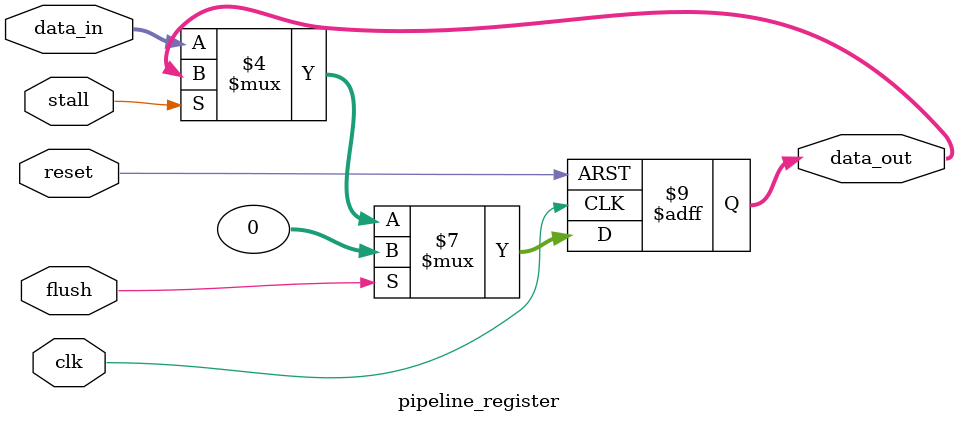
<source format=sv>
/* verilator lint_off WIDTHEXPAND */
/* verilator lint_off UNUSEDPARAM */
/* verilator lint_off LATCH */
/* verilator lint_off COMBDLY */
/* verilator lint_off SYNCASYNCNET */
/* verilator lint_off MULTIDRIVEN */

module pipeline_register #(
    parameter DATA_WIDTH = 32,           // Width of the data bus
    parameter RESET_VALUE = 0            // Value to load on flush/reset
) (
    input  wire                     clk,       // Clock
    input  wire                     reset,     // Async reset
    input  wire                     flush,     // Flush signal (loads RESET_VALUE)
    input  wire                     stall,     // Stall signal (freezes output)
    input  wire [DATA_WIDTH-1:0]    data_in,   // Input data
    output reg  [DATA_WIDTH-1:0]    data_out   // Output data
);
initial data_out = RESET_VALUE;
always @(posedge clk or posedge reset) begin
    if (reset) begin
        data_out <= RESET_VALUE;
    end else begin
        if (flush) begin
            data_out <= RESET_VALUE;  // Flush overrides stall
        end else if (!stall) begin
            data_out <= data_in;      // Normal operation
        end
        // If stall=1, do nothing (retain current value)
    end
end

endmodule

</source>
